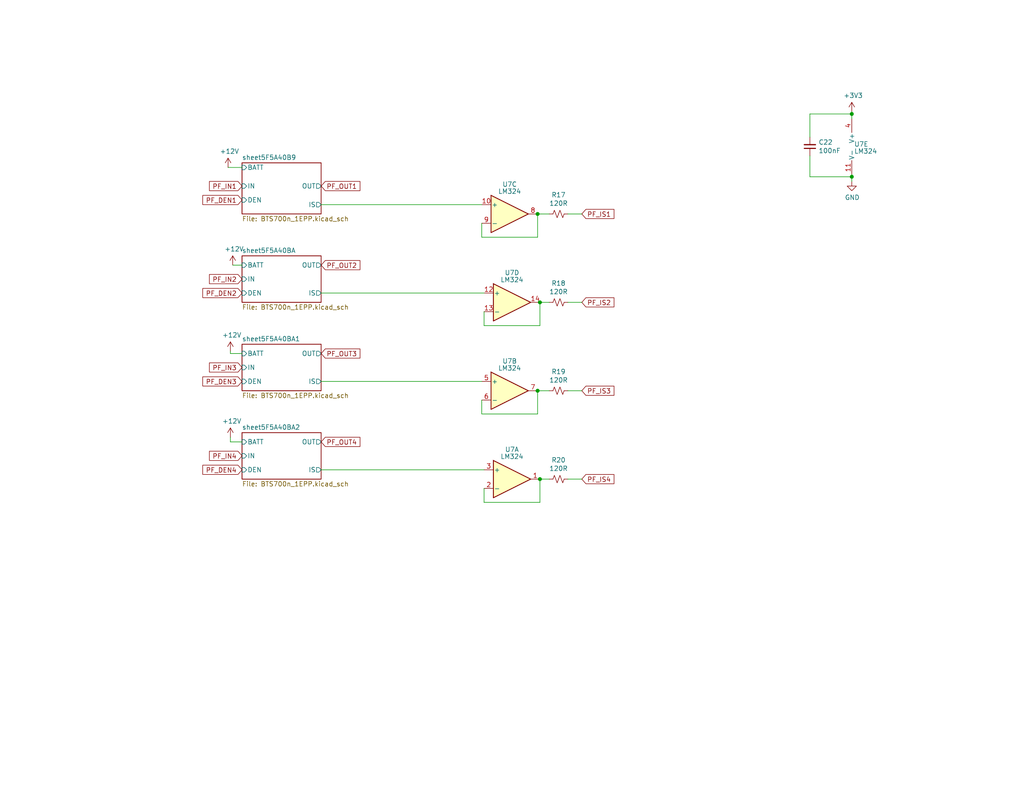
<source format=kicad_sch>
(kicad_sch (version 20231120) (generator "eeschema") (generator_version "8.0")
  (paper "USLetter")
  (title_block (title "dingoPDM-Max") (date "2024-09-06") (rev "v1.0") (comment 3 "github.com/corygrant") (comment 4 "Cory Grant"))
  (lib_symbols
    (symbol "Amplifier_Operational:LM324" (pin_names (offset 0.127))
      (property "Reference" "U" (at 0 5.08 0))
      (property "Value" "LM324" (at 0 -5.08 0))
      (symbol "LM324_1_1"
        (polyline (pts (xy -5.08 5.08) (xy 5.08 0) (xy -5.08 -5.08) (xy -5.08 5.08)) (stroke (width 0.254)) (fill (type background)))
        (pin output line (at 7.62 0 180) (length 2.54) (name "~") (number "1"))
        (pin input line (at -7.62 -2.54 0) (length 2.54) (name "-") (number "2"))
        (pin input line (at -7.62 2.54 0) (length 2.54) (name "+") (number "3"))
      )
      (symbol "LM324_2_1"
        (polyline (pts (xy -5.08 5.08) (xy 5.08 0) (xy -5.08 -5.08) (xy -5.08 5.08)) (stroke (width 0.254)) (fill (type background)))
        (pin input line (at -7.62 2.54 0) (length 2.54) (name "+") (number "5"))
        (pin input line (at -7.62 -2.54 0) (length 2.54) (name "-") (number "6"))
        (pin output line (at 7.62 0 180) (length 2.54) (name "~") (number "7"))
      )
      (symbol "LM324_3_1"
        (polyline (pts (xy -5.08 5.08) (xy 5.08 0) (xy -5.08 -5.08) (xy -5.08 5.08)) (stroke (width 0.254)) (fill (type background)))
        (pin input line (at -7.62 2.54 0) (length 2.54) (name "+") (number "10"))
        (pin output line (at 7.62 0 180) (length 2.54) (name "~") (number "8"))
        (pin input line (at -7.62 -2.54 0) (length 2.54) (name "-") (number "9"))
      )
      (symbol "LM324_4_1"
        (polyline (pts (xy -5.08 5.08) (xy 5.08 0) (xy -5.08 -5.08) (xy -5.08 5.08)) (stroke (width 0.254)) (fill (type background)))
        (pin input line (at -7.62 2.54 0) (length 2.54) (name "+") (number "12"))
        (pin input line (at -7.62 -2.54 0) (length 2.54) (name "-") (number "13"))
        (pin output line (at 7.62 0 180) (length 2.54) (name "~") (number "14"))
      )
      (symbol "LM324_5_1"
        (pin power_in line (at -2.54 -7.62 90) (length 3.81) (name "V-") (number "11"))
        (pin power_in line (at -2.54 7.62 270) (length 3.81) (name "V+") (number "4"))
      )
    )
    (symbol "Device:C_Small" (pin_numbers hide) (pin_names (offset 0.254) hide)
      (property "Reference" "C" (at 0.254 1.778 0))
      (property "Value" "C_Small" (at 0.254 -2.032 0))
      (symbol "C_Small_0_1"
        (polyline (pts (xy -1.524 -0.508) (xy 1.524 -0.508)) (stroke (width 0.3302)))
        (polyline (pts (xy -1.524 0.508) (xy 1.524 0.508)) (stroke (width 0.3048)))
      )
      (symbol "C_Small_1_1"
        (pin passive line (at 0 2.54 270) (length 2.032) (name "~") (number "1"))
        (pin passive line (at 0 -2.54 90) (length 2.032) (name "~") (number "2"))
      )
    )
    (symbol "Device:R_Small_US" (pin_numbers hide) (pin_names (offset 0.254) hide)
      (property "Reference" "R" (at 0.762 0.508 0))
      (property "Value" "R_Small_US" (at 0.762 -1.016 0))
      (symbol "R_Small_US_1_1"
        (polyline (pts (xy 0 0) (xy 1.016 -0.381) (xy 0 -0.762) (xy -1.016 -1.143) (xy 0 -1.524)))
        (polyline (pts (xy 0 1.524) (xy 1.016 1.143) (xy 0 0.762) (xy -1.016 0.381) (xy 0 0)))
        (pin passive line (at 0 2.54 270) (length 1.016) (name "~") (number "1"))
        (pin passive line (at 0 -2.54 90) (length 1.016) (name "~") (number "2"))
      )
    )
    (symbol "power:+12V" (power) (pin_names (offset 0))
      (property "Value" "+12V" (at 0 3.556 0))
      (symbol "+12V_0_1"
        (polyline (pts (xy -0.762 1.27) (xy 0 2.54)))
        (polyline (pts (xy 0 0) (xy 0 2.54)))
        (polyline (pts (xy 0 2.54) (xy 0.762 1.27)))
      )
      (symbol "+12V_1_1"
        (pin power_in line (at 0 0 90) (length 0) hide (name "+12V") (number "1"))
      )
    )
    (symbol "power:+3V3" (power) (pin_names (offset 0))
      (property "Value" "+3V3" (at 0 3.556 0))
      (symbol "+3V3_0_1"
        (polyline (pts (xy -0.762 1.27) (xy 0 2.54)))
        (polyline (pts (xy 0 0) (xy 0 2.54)))
        (polyline (pts (xy 0 2.54) (xy 0.762 1.27)))
      )
      (symbol "+3V3_1_1"
        (pin power_in line (at 0 0 90) (length 0) hide (name "+3V3") (number "1"))
      )
    )
    (symbol "power:GND" (power) (pin_names (offset 0))
      (property "Value" "GND" (at 0 -3.81 0))
      (symbol "GND_0_1"
        (polyline (pts (xy 0 0) (xy 0 -1.27) (xy 1.27 -1.27) (xy 0 -2.54) (xy -1.27 -1.27) (xy 0 -1.27)))
      )
      (symbol "GND_1_1"
        (pin power_in line (at 0 0 270) (length 0) hide (name "GND") (number "1"))
      )
    )
  )
  (junction (at 147.32 130.81))
  (junction (at 147.32 82.55))
  (junction (at 232.41 48.26))
  (junction (at 232.41 31.115))
  (junction (at 146.685 106.68))
  (junction (at 146.685 58.42))
  (wire (pts (xy 131.445 64.77) (xy 146.685 64.77)))
  (wire (pts (xy 147.32 82.55) (xy 149.86 82.55)))
  (wire (pts (xy 232.41 30.48) (xy 232.41 31.115)))
  (wire (pts (xy 146.685 64.77) (xy 146.685 58.42)))
  (wire (pts (xy 131.445 113.03) (xy 146.685 113.03)))
  (wire (pts (xy 154.94 82.55) (xy 158.75 82.55)))
  (wire (pts (xy 154.94 106.68) (xy 158.75 106.68)))
  (wire (pts (xy 146.685 113.03) (xy 146.685 106.68)))
  (wire (pts (xy 87.63 55.88) (xy 131.445 55.88)))
  (wire (pts (xy 131.445 109.22) (xy 131.445 113.03)))
  (wire (pts (xy 66.04 120.65) (xy 62.865 120.65)))
  (wire (pts (xy 146.685 106.68) (xy 149.86 106.68)))
  (wire (pts (xy 220.98 42.545) (xy 220.98 48.26)))
  (wire (pts (xy 131.445 60.96) (xy 131.445 64.77)))
  (wire (pts (xy 232.41 48.26) (xy 232.41 49.53)))
  (wire (pts (xy 220.98 48.26) (xy 232.41 48.26)))
  (wire (pts (xy 232.41 31.115) (xy 232.41 32.385)))
  (wire (pts (xy 87.63 128.27) (xy 132.08 128.27)))
  (wire (pts (xy 232.41 47.625) (xy 232.41 48.26)))
  (wire (pts (xy 62.865 120.65) (xy 62.865 119.38)))
  (wire (pts (xy 146.685 58.42) (xy 149.86 58.42)))
  (wire (pts (xy 132.08 85.09) (xy 132.08 88.9)))
  (wire (pts (xy 87.63 104.14) (xy 131.445 104.14)))
  (wire (pts (xy 220.98 31.115) (xy 220.98 37.465)))
  (wire (pts (xy 147.32 82.55) (xy 147.32 88.9)))
  (wire (pts (xy 154.94 130.81) (xy 158.75 130.81)))
  (wire (pts (xy 147.32 130.81) (xy 147.32 137.16)))
  (wire (pts (xy 132.08 133.35) (xy 132.08 137.16)))
  (wire (pts (xy 63.5 72.39) (xy 66.04 72.39)))
  (wire (pts (xy 220.98 31.115) (xy 232.41 31.115)))
  (wire (pts (xy 87.63 80.01) (xy 132.08 80.01)))
  (wire (pts (xy 62.865 96.52) (xy 66.04 96.52)))
  (wire (pts (xy 154.94 58.42) (xy 158.75 58.42)))
  (wire (pts (xy 132.08 88.9) (xy 147.32 88.9)))
  (wire (pts (xy 62.23 45.72) (xy 66.04 45.72)))
  (wire (pts (xy 62.865 95.885) (xy 62.865 96.52)))
  (wire (pts (xy 132.08 137.16) (xy 147.32 137.16)))
  (wire (pts (xy 147.32 130.81) (xy 149.86 130.81)))
  (global_label "PF_IS4" (shape input) (at 158.75 130.81 0) (property "Intersheetrefs" "${INTERSHEET_REFS}" (effects (hide yes))))
  (global_label "PF_OUT1" (shape input) (at 87.63 50.8 0) (property "Intersheetrefs" "${INTERSHEET_REFS}" (effects (hide yes))))
  (global_label "PF_DEN1" (shape input) (at 66.04 54.61 180) (property "Intersheetrefs" "${INTERSHEET_REFS}" (effects (hide yes))))
  (global_label "PF_IN2" (shape input) (at 66.04 76.2 180) (property "Intersheetrefs" "${INTERSHEET_REFS}" (effects (hide yes))))
  (global_label "PF_IS2" (shape input) (at 158.75 82.55 0) (property "Intersheetrefs" "${INTERSHEET_REFS}" (effects (hide yes))))
  (global_label "PF_IS1" (shape input) (at 158.75 58.42 0) (property "Intersheetrefs" "${INTERSHEET_REFS}" (effects (hide yes))))
  (global_label "PF_IN3" (shape input) (at 66.04 100.33 180) (property "Intersheetrefs" "${INTERSHEET_REFS}" (effects (hide yes))))
  (global_label "PF_DEN2" (shape input) (at 66.04 80.01 180) (property "Intersheetrefs" "${INTERSHEET_REFS}" (effects (hide yes))))
  (global_label "PF_IN1" (shape input) (at 66.04 50.8 180) (property "Intersheetrefs" "${INTERSHEET_REFS}" (effects (hide yes))))
  (global_label "PF_IN4" (shape input) (at 66.04 124.46 180) (property "Intersheetrefs" "${INTERSHEET_REFS}" (effects (hide yes))))
  (global_label "PF_OUT2" (shape input) (at 87.63 72.39 0) (property "Intersheetrefs" "${INTERSHEET_REFS}" (effects (hide yes))))
  (global_label "PF_IS3" (shape input) (at 158.75 106.68 0) (property "Intersheetrefs" "${INTERSHEET_REFS}" (effects (hide yes))))
  (global_label "PF_DEN3" (shape input) (at 66.04 104.14 180) (property "Intersheetrefs" "${INTERSHEET_REFS}" (effects (hide yes))))
  (global_label "PF_OUT4" (shape input) (at 87.63 120.65 0) (property "Intersheetrefs" "${INTERSHEET_REFS}" (effects (hide yes))))
  (global_label "PF_DEN4" (shape input) (at 66.04 128.27 180) (property "Intersheetrefs" "${INTERSHEET_REFS}" (effects (hide yes))))
  (global_label "PF_OUT3" (shape input) (at 87.63 96.52 0) (property "Intersheetrefs" "${INTERSHEET_REFS}" (effects (hide yes))))
  (symbol (lib_id "power:+12V") (at 62.23 45.72 0) (unit 1)
    (property "Reference" "#PWR060" (effects (hide yes)))
    (property "Value" "+12V" (at 62.611 41.3258 0))
  )
  (symbol (lib_id "power:+12V") (at 63.5 72.39 0) (unit 1)
    (property "Reference" "#PWR063" (effects (hide yes)))
    (property "Value" "+12V" (at 63.881 67.9958 0))
  )
  (symbol (lib_id "power:+3V3") (at 232.41 30.48 0) (unit 1)
    (property "Reference" "#PWR064" (effects (hide yes)))
    (property "Value" "+3V3" (at 232.791 26.0858 0))
  )
  (symbol (lib_id "Amplifier_Operational:LM324") (at 139.7 130.81 0) (unit 1)
    (property "Reference" "U7" (at 139.7 122.7201 0))
    (property "Value" "LM324" (at 139.7 124.6411 0))
    (property "Footprint" "Package_SO:TSSOP-14_4.4x5mm_P0.65mm" (effects (hide yes)))
    (property "Digi-Key_PN" "497-7330-1-ND" (effects (hide yes)))
    (property "LCSC" "C7942" (effects (hide yes)))
  )
  (symbol (lib_id "power:+12V") (at 62.865 119.38 0) (unit 1)
    (property "Reference" "#PWR062" (effects (hide yes)))
    (property "Value" "+12V" (at 63.246 114.9858 0))
  )
  (symbol (lib_id "Device:R_Small_US") (at 152.4 58.42 270) (unit 1)
    (property "Reference" "R17" (at 152.4 53.213 90))
    (property "Value" "120R" (at 152.4 55.5244 90))
    (property "Footprint" "Resistor_SMD:R_0805_2012Metric" (effects (hide yes)))
    (property "Digi-Key_PN" "311-120CRCT-ND" (effects (hide yes)))
    (property "LCSC" "C229076" (effects (hide yes)))
  )
  (symbol (lib_id "Device:R_Small_US") (at 152.4 130.81 270) (unit 1)
    (property "Reference" "R20" (at 152.4 125.603 90))
    (property "Value" "120R" (at 152.4 127.9144 90))
    (property "Footprint" "Resistor_SMD:R_0805_2012Metric" (effects (hide yes)))
    (property "Digi-Key_PN" "311-120CRCT-ND" (effects (hide yes)))
    (property "LCSC" "C229076" (effects (hide yes)))
  )
  (symbol (lib_id "Device:R_Small_US") (at 152.4 82.55 270) (unit 1)
    (property "Reference" "R18" (at 152.4 77.343 90))
    (property "Value" "120R" (at 152.4 79.6544 90))
    (property "Footprint" "Resistor_SMD:R_0805_2012Metric" (effects (hide yes)))
    (property "Digi-Key_PN" "311-120CRCT-ND" (effects (hide yes)))
    (property "LCSC" "C229076" (effects (hide yes)))
  )
  (symbol (lib_id "Device:R_Small_US") (at 152.4 106.68 270) (unit 1)
    (property "Reference" "R19" (at 152.4 101.473 90))
    (property "Value" "120R" (at 152.4 103.7844 90))
    (property "Footprint" "Resistor_SMD:R_0805_2012Metric" (effects (hide yes)))
    (property "Digi-Key_PN" "311-120CRCT-ND" (effects (hide yes)))
    (property "LCSC" "C229076" (effects (hide yes)))
  )
  (symbol (lib_id "power:+12V") (at 62.865 95.885 0) (unit 1)
    (property "Reference" "#PWR061" (effects (hide yes)))
    (property "Value" "+12V" (at 63.246 91.4908 0))
  )
  (symbol (lib_id "Amplifier_Operational:LM324") (at 139.065 58.42 0) (unit 3)
    (property "Reference" "U7" (at 139.065 50.3301 0))
    (property "Value" "LM324" (at 139.065 52.2511 0))
    (property "Footprint" "Package_SO:TSSOP-14_4.4x5mm_P0.65mm" (effects (hide yes)))
    (property "Digi-Key_PN" "497-7330-1-ND" (effects (hide yes)))
    (property "LCSC" "C7942" (effects (hide yes)))
  )
  (symbol (lib_id "power:GND") (at 232.41 49.53 0) (unit 1)
    (property "Reference" "#PWR065" (effects (hide yes)))
    (property "Value" "GND" (at 232.537 53.9242 0))
  )
  (symbol (lib_id "Amplifier_Operational:LM324") (at 139.7 82.55 0) (unit 4)
    (property "Reference" "U7" (at 139.7 74.4601 0))
    (property "Value" "LM324" (at 139.7 76.3811 0))
    (property "Footprint" "Package_SO:TSSOP-14_4.4x5mm_P0.65mm" (effects (hide yes)))
    (property "Digi-Key_PN" "497-7330-1-ND" (effects (hide yes)))
    (property "LCSC" "C7942" (effects (hide yes)))
  )
  (symbol (lib_id "Amplifier_Operational:LM324") (at 234.95 40.005 0) (unit 5)
    (property "Reference" "U7" (at 233.045 39.3613 0) (effects (justify left)))
    (property "Value" "LM324" (at 233.045 41.2823 0) (effects (justify left)))
    (property "Footprint" "Package_SO:TSSOP-14_4.4x5mm_P0.65mm" (effects (hide yes)))
    (property "Digi-Key_PN" "497-7330-1-ND" (effects (hide yes)))
    (property "LCSC" "C7942" (effects (hide yes)))
  )
  (symbol (lib_id "Device:C_Small") (at 220.98 40.005 180) (unit 1)
    (property "Reference" "C22" (at 223.3168 38.8366 0) (effects (justify right)))
    (property "Value" "100nF" (at 223.3168 41.148 0) (effects (justify right)))
    (property "Footprint" "Capacitor_SMD:C_0805_2012Metric" (effects (hide yes)))
    (property "Digi-Key_PN" "478-1395-1-ND" (effects (hide yes)))
    (property "LCSC" "C49678" (effects (hide yes)))
  )
  (symbol (lib_id "Amplifier_Operational:LM324") (at 139.065 106.68 0) (unit 2)
    (property "Reference" "U7" (at 139.065 98.5901 0))
    (property "Value" "LM324" (at 139.065 100.5111 0))
    (property "Footprint" "Package_SO:TSSOP-14_4.4x5mm_P0.65mm" (effects (hide yes)))
    (property "Digi-Key_PN" "497-7330-1-ND" (effects (hide yes)))
    (property "LCSC" "C7942" (effects (hide yes)))
  )
  (sheet (at 66.04 44.45) (size 21.59 13.97)
    (property "Sheetname" "sheet5F5A40B9" (at 66.04 43.7384 0) (effects (justify left bottom)))
    (property "Sheetfile" "BTS700n_1EPP.kicad_sch" (at 66.04 59.0046 0) (effects (justify left top)))
    (pin "BATT" input (at 66.04 45.72 180))
    (pin "IN" input (at 66.04 50.8 180))
    (pin "DEN" input (at 66.04 54.61 180))
    (pin "OUT" output (at 87.63 50.8 0))
    (pin "IS" output (at 87.63 55.88 0))
  )
  (sheet (at 66.04 69.85) (size 21.59 12.7)
    (property "Sheetname" "sheet5F5A40BA" (at 66.04 69.1384 0) (effects (justify left bottom)))
    (property "Sheetfile" "BTS700n_1EPP.kicad_sch" (at 66.04 83.1346 0) (effects (justify left top)))
    (pin "BATT" input (at 66.04 72.39 180))
    (pin "IN" input (at 66.04 76.2 180))
    (pin "DEN" input (at 66.04 80.01 180))
    (pin "OUT" output (at 87.63 72.39 0))
    (pin "IS" output (at 87.63 80.01 0))
  )
  (sheet (at 66.04 118.11) (size 21.59 12.7)
    (property "Sheetname" "sheet5F5A40BA2" (at 66.04 117.3984 0) (effects (justify left bottom)))
    (property "Sheetfile" "BTS700n_1EPP.kicad_sch" (at 66.04 131.3946 0) (effects (justify left top)))
    (pin "BATT" input (at 66.04 120.65 180))
    (pin "IN" input (at 66.04 124.46 180))
    (pin "DEN" input (at 66.04 128.27 180))
    (pin "OUT" output (at 87.63 120.65 0))
    (pin "IS" output (at 87.63 128.27 0))
  )
  (sheet (at 66.04 93.98) (size 21.59 12.7)
    (property "Sheetname" "sheet5F5A40BA1" (at 66.04 93.2684 0) (effects (justify left bottom)))
    (property "Sheetfile" "BTS700n_1EPP.kicad_sch" (at 66.04 107.2646 0) (effects (justify left top)))
    (pin "BATT" input (at 66.04 96.52 180))
    (pin "IN" input (at 66.04 100.33 180))
    (pin "DEN" input (at 66.04 104.14 180))
    (pin "OUT" output (at 87.63 96.52 0))
    (pin "IS" output (at 87.63 104.14 0))
  )
)
</source>
